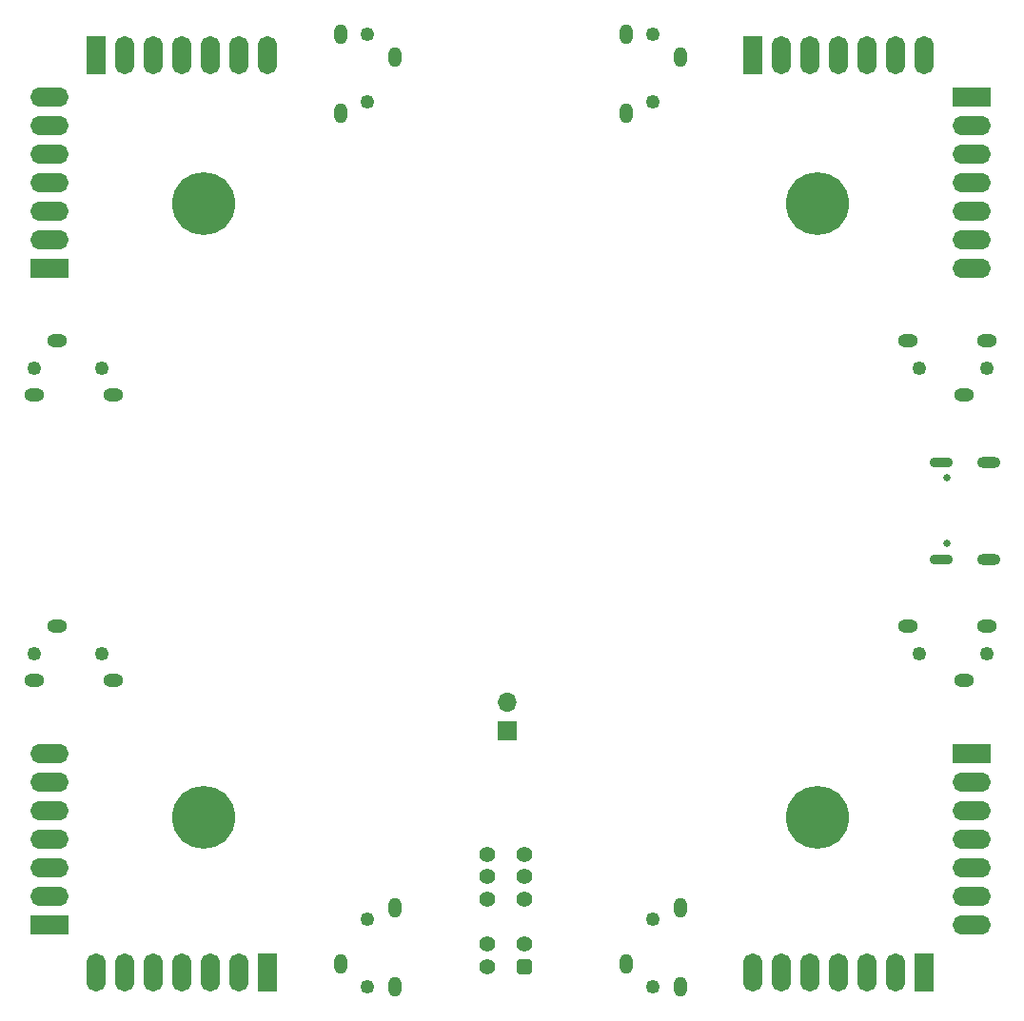
<source format=gbs>
G04 #@! TF.GenerationSoftware,KiCad,Pcbnew,6.0.9-8da3e8f707~117~ubuntu22.04.1*
G04 #@! TF.CreationDate,2022-12-03T17:44:34-08:00*
G04 #@! TF.ProjectId,ch348_octo_serial,63683334-385f-46f6-9374-6f5f73657269,rev?*
G04 #@! TF.SameCoordinates,Original*
G04 #@! TF.FileFunction,Soldermask,Bot*
G04 #@! TF.FilePolarity,Negative*
%FSLAX46Y46*%
G04 Gerber Fmt 4.6, Leading zero omitted, Abs format (unit mm)*
G04 Created by KiCad (PCBNEW 6.0.9-8da3e8f707~117~ubuntu22.04.1) date 2022-12-03 17:44:34*
%MOMM*%
%LPD*%
G01*
G04 APERTURE LIST*
G04 Aperture macros list*
%AMRoundRect*
0 Rectangle with rounded corners*
0 $1 Rounding radius*
0 $2 $3 $4 $5 $6 $7 $8 $9 X,Y pos of 4 corners*
0 Add a 4 corners polygon primitive as box body*
4,1,4,$2,$3,$4,$5,$6,$7,$8,$9,$2,$3,0*
0 Add four circle primitives for the rounded corners*
1,1,$1+$1,$2,$3*
1,1,$1+$1,$4,$5*
1,1,$1+$1,$6,$7*
1,1,$1+$1,$8,$9*
0 Add four rect primitives between the rounded corners*
20,1,$1+$1,$2,$3,$4,$5,0*
20,1,$1+$1,$4,$5,$6,$7,0*
20,1,$1+$1,$6,$7,$8,$9,0*
20,1,$1+$1,$8,$9,$2,$3,0*%
G04 Aperture macros list end*
%ADD10R,1.700000X3.400000*%
%ADD11O,1.700000X3.400000*%
%ADD12R,1.700000X1.700000*%
%ADD13O,1.700000X1.700000*%
%ADD14R,3.400000X1.700000*%
%ADD15O,3.400000X1.700000*%
%ADD16C,1.250000*%
%ADD17O,1.799996X1.199896*%
%ADD18C,5.600000*%
%ADD19O,1.199896X1.799996*%
%ADD20RoundRect,0.350000X0.350000X-0.350000X0.350000X0.350000X-0.350000X0.350000X-0.350000X-0.350000X0*%
%ADD21C,1.400000*%
%ADD22C,0.650000*%
%ADD23O,2.100000X1.000000*%
%ADD24O,2.100000X0.900000*%
G04 APERTURE END LIST*
D10*
G04 #@! TO.C,J12*
X134615000Y-43325000D03*
D11*
X137155000Y-43325000D03*
X139695000Y-43325000D03*
X142235000Y-43325000D03*
X144775000Y-43325000D03*
X147315000Y-43325000D03*
X149855000Y-43325000D03*
G04 #@! TD*
D12*
G04 #@! TO.C,J6*
X112776000Y-103383000D03*
D13*
X112776000Y-100843000D03*
G04 #@! TD*
D14*
G04 #@! TO.C,J16*
X71970000Y-62230000D03*
D15*
X71970000Y-59690000D03*
X71970000Y-57150000D03*
X71970000Y-54610000D03*
X71970000Y-52070000D03*
X71970000Y-49530000D03*
X71970000Y-46990000D03*
G04 #@! TD*
D16*
G04 #@! TO.C,J15*
X70680000Y-71120000D03*
X76680000Y-71120000D03*
D17*
X72680000Y-68720000D03*
X70680000Y-73520000D03*
X77680000Y-73520000D03*
G04 #@! TD*
D14*
G04 #@! TO.C,J8*
X154090000Y-105410000D03*
D15*
X154090000Y-107950000D03*
X154090000Y-110490000D03*
X154090000Y-113030000D03*
X154090000Y-115570000D03*
X154090000Y-118110000D03*
X154090000Y-120650000D03*
G04 #@! TD*
D18*
G04 #@! TO.C,J2*
X140320000Y-56530000D03*
G04 #@! TD*
D14*
G04 #@! TO.C,J10*
X154090000Y-46990000D03*
D15*
X154090000Y-49530000D03*
X154090000Y-52070000D03*
X154090000Y-54610000D03*
X154090000Y-57150000D03*
X154090000Y-59690000D03*
X154090000Y-62230000D03*
G04 #@! TD*
D16*
G04 #@! TO.C,J9*
X155380000Y-71120000D03*
X149380000Y-71120000D03*
D17*
X153380000Y-73520000D03*
X155380000Y-68720000D03*
X148380000Y-68720000D03*
G04 #@! TD*
D16*
G04 #@! TO.C,J21*
X125730000Y-126170000D03*
X125730000Y-120170000D03*
D19*
X123330000Y-124170000D03*
X128130000Y-126170000D03*
X128130000Y-119170000D03*
G04 #@! TD*
D18*
G04 #@! TO.C,J3*
X85740000Y-56530000D03*
G04 #@! TD*
D14*
G04 #@! TO.C,J18*
X71970000Y-120650000D03*
D15*
X71970000Y-118110000D03*
X71970000Y-115570000D03*
X71970000Y-113030000D03*
X71970000Y-110490000D03*
X71970000Y-107950000D03*
X71970000Y-105410000D03*
G04 #@! TD*
D16*
G04 #@! TO.C,J11*
X125730000Y-47470000D03*
X125730000Y-41470000D03*
D19*
X128130000Y-43470000D03*
X123330000Y-41470000D03*
X123330000Y-48470000D03*
G04 #@! TD*
D10*
G04 #@! TO.C,J14*
X76195000Y-43325000D03*
D11*
X78735000Y-43325000D03*
X81275000Y-43325000D03*
X83815000Y-43325000D03*
X86355000Y-43325000D03*
X88895000Y-43325000D03*
X91435000Y-43325000D03*
G04 #@! TD*
D20*
G04 #@! TO.C,SW1*
X114287500Y-124380000D03*
D21*
X114287500Y-122380000D03*
X114287500Y-118380000D03*
X114287500Y-116380000D03*
X114287500Y-114380000D03*
X110987500Y-124380000D03*
X110987500Y-122380000D03*
X110987500Y-118380000D03*
X110987500Y-116380000D03*
X110987500Y-114380000D03*
G04 #@! TD*
D16*
G04 #@! TO.C,J19*
X100330000Y-126170000D03*
X100330000Y-120170000D03*
D19*
X97930000Y-124170000D03*
X102730000Y-126170000D03*
X102730000Y-119170000D03*
G04 #@! TD*
D10*
G04 #@! TO.C,J22*
X149860000Y-124880000D03*
D11*
X147320000Y-124880000D03*
X144780000Y-124880000D03*
X142240000Y-124880000D03*
X139700000Y-124880000D03*
X137160000Y-124880000D03*
X134620000Y-124880000D03*
G04 #@! TD*
D22*
G04 #@! TO.C,J1*
X151860000Y-86710000D03*
X151860000Y-80930000D03*
D23*
X155540000Y-79500000D03*
X155540000Y-88140000D03*
D24*
X151360000Y-88140000D03*
X151360000Y-79500000D03*
G04 #@! TD*
D18*
G04 #@! TO.C,J4*
X140320000Y-111110000D03*
G04 #@! TD*
G04 #@! TO.C,J5*
X85740000Y-111110000D03*
G04 #@! TD*
D10*
G04 #@! TO.C,J20*
X91440000Y-124880000D03*
D11*
X88900000Y-124880000D03*
X86360000Y-124880000D03*
X83820000Y-124880000D03*
X81280000Y-124880000D03*
X78740000Y-124880000D03*
X76200000Y-124880000D03*
G04 #@! TD*
D16*
G04 #@! TO.C,J17*
X76680000Y-96520000D03*
X70680000Y-96520000D03*
D17*
X72680000Y-94120000D03*
X70680000Y-98920000D03*
X77680000Y-98920000D03*
G04 #@! TD*
D16*
G04 #@! TO.C,J13*
X100330000Y-41470000D03*
X100330000Y-47470000D03*
D19*
X102730000Y-43470000D03*
X97930000Y-41470000D03*
X97930000Y-48470000D03*
G04 #@! TD*
D16*
G04 #@! TO.C,J7*
X155380000Y-96520000D03*
X149380000Y-96520000D03*
D17*
X153380000Y-98920000D03*
X155380000Y-94120000D03*
X148380000Y-94120000D03*
G04 #@! TD*
M02*

</source>
